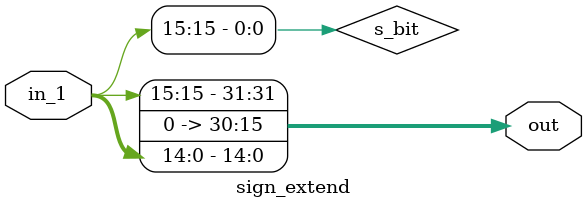
<source format=v>
`timescale 1ns / 1ps


module sign_extend(in_1,out);
input [15:0] in_1;
output reg [31:0] out;

//  in[31:0] = in[15] 16'b0 in[14:0];
wire s_bit = in_1[15];
always @(*) begin
       out = {s_bit,{16{1'b0}},in_1[14:0]};
end
endmodule

</source>
